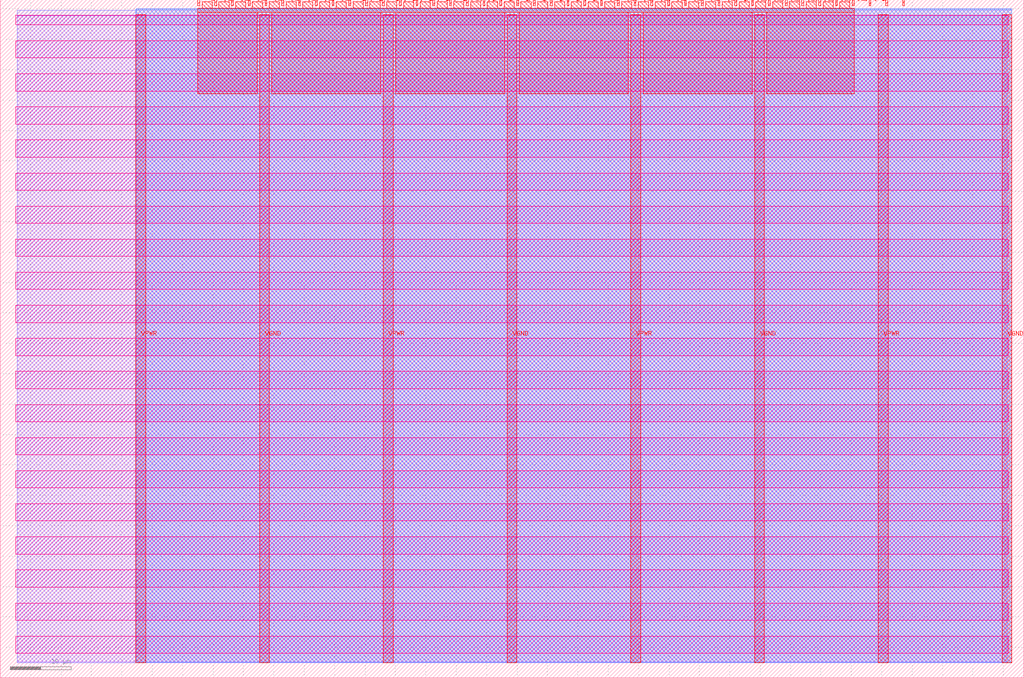
<source format=lef>
VERSION 5.7 ;
  NOWIREEXTENSIONATPIN ON ;
  DIVIDERCHAR "/" ;
  BUSBITCHARS "[]" ;
MACRO tt_um_cejmu_dup
  CLASS BLOCK ;
  FOREIGN tt_um_cejmu_dup ;
  ORIGIN 0.000 0.000 ;
  SIZE 168.360 BY 111.520 ;
  PIN VGND
    DIRECTION INOUT ;
    USE GROUND ;
    PORT
      LAYER met4 ;
        RECT 42.670 2.480 44.270 109.040 ;
    END
    PORT
      LAYER met4 ;
        RECT 83.380 2.480 84.980 109.040 ;
    END
    PORT
      LAYER met4 ;
        RECT 124.090 2.480 125.690 109.040 ;
    END
    PORT
      LAYER met4 ;
        RECT 164.800 2.480 166.400 109.040 ;
    END
  END VGND
  PIN VPWR
    DIRECTION INOUT ;
    USE POWER ;
    PORT
      LAYER met4 ;
        RECT 22.315 2.480 23.915 109.040 ;
    END
    PORT
      LAYER met4 ;
        RECT 63.025 2.480 64.625 109.040 ;
    END
    PORT
      LAYER met4 ;
        RECT 103.735 2.480 105.335 109.040 ;
    END
    PORT
      LAYER met4 ;
        RECT 144.445 2.480 146.045 109.040 ;
    END
  END VPWR
  PIN clk
    DIRECTION INPUT ;
    USE SIGNAL ;
    PORT
      LAYER met4 ;
        RECT 145.670 110.520 145.970 111.520 ;
    END
  END clk
  PIN ena
    DIRECTION INPUT ;
    USE SIGNAL ;
    PORT
      LAYER met4 ;
        RECT 148.430 110.520 148.730 111.520 ;
    END
  END ena
  PIN rst_n
    DIRECTION INPUT ;
    USE SIGNAL ;
    PORT
      LAYER met4 ;
        RECT 142.910 110.520 143.210 111.520 ;
    END
  END rst_n
  PIN ui_in[0]
    DIRECTION INPUT ;
    USE SIGNAL ;
    ANTENNAGATEAREA 0.159000 ;
    PORT
      LAYER met4 ;
        RECT 140.150 110.520 140.450 111.520 ;
    END
  END ui_in[0]
  PIN ui_in[1]
    DIRECTION INPUT ;
    USE SIGNAL ;
    ANTENNAGATEAREA 0.159000 ;
    PORT
      LAYER met4 ;
        RECT 137.390 110.520 137.690 111.520 ;
    END
  END ui_in[1]
  PIN ui_in[2]
    DIRECTION INPUT ;
    USE SIGNAL ;
    ANTENNAGATEAREA 0.213000 ;
    PORT
      LAYER met4 ;
        RECT 134.630 110.520 134.930 111.520 ;
    END
  END ui_in[2]
  PIN ui_in[3]
    DIRECTION INPUT ;
    USE SIGNAL ;
    ANTENNAGATEAREA 0.159000 ;
    PORT
      LAYER met4 ;
        RECT 131.870 110.520 132.170 111.520 ;
    END
  END ui_in[3]
  PIN ui_in[4]
    DIRECTION INPUT ;
    USE SIGNAL ;
    ANTENNAGATEAREA 0.196500 ;
    PORT
      LAYER met4 ;
        RECT 129.110 110.520 129.410 111.520 ;
    END
  END ui_in[4]
  PIN ui_in[5]
    DIRECTION INPUT ;
    USE SIGNAL ;
    ANTENNAGATEAREA 0.126000 ;
    PORT
      LAYER met4 ;
        RECT 126.350 110.520 126.650 111.520 ;
    END
  END ui_in[5]
  PIN ui_in[6]
    DIRECTION INPUT ;
    USE SIGNAL ;
    ANTENNAGATEAREA 0.126000 ;
    PORT
      LAYER met4 ;
        RECT 123.590 110.520 123.890 111.520 ;
    END
  END ui_in[6]
  PIN ui_in[7]
    DIRECTION INPUT ;
    USE SIGNAL ;
    ANTENNAGATEAREA 0.213000 ;
    PORT
      LAYER met4 ;
        RECT 120.830 110.520 121.130 111.520 ;
    END
  END ui_in[7]
  PIN uio_in[0]
    DIRECTION INPUT ;
    USE SIGNAL ;
    ANTENNAGATEAREA 0.196500 ;
    PORT
      LAYER met4 ;
        RECT 118.070 110.520 118.370 111.520 ;
    END
  END uio_in[0]
  PIN uio_in[1]
    DIRECTION INPUT ;
    USE SIGNAL ;
    ANTENNAGATEAREA 0.213000 ;
    PORT
      LAYER met4 ;
        RECT 115.310 110.520 115.610 111.520 ;
    END
  END uio_in[1]
  PIN uio_in[2]
    DIRECTION INPUT ;
    USE SIGNAL ;
    ANTENNAGATEAREA 0.213000 ;
    PORT
      LAYER met4 ;
        RECT 112.550 110.520 112.850 111.520 ;
    END
  END uio_in[2]
  PIN uio_in[3]
    DIRECTION INPUT ;
    USE SIGNAL ;
    PORT
      LAYER met4 ;
        RECT 109.790 110.520 110.090 111.520 ;
    END
  END uio_in[3]
  PIN uio_in[4]
    DIRECTION INPUT ;
    USE SIGNAL ;
    PORT
      LAYER met4 ;
        RECT 107.030 110.520 107.330 111.520 ;
    END
  END uio_in[4]
  PIN uio_in[5]
    DIRECTION INPUT ;
    USE SIGNAL ;
    PORT
      LAYER met4 ;
        RECT 104.270 110.520 104.570 111.520 ;
    END
  END uio_in[5]
  PIN uio_in[6]
    DIRECTION INPUT ;
    USE SIGNAL ;
    PORT
      LAYER met4 ;
        RECT 101.510 110.520 101.810 111.520 ;
    END
  END uio_in[6]
  PIN uio_in[7]
    DIRECTION INPUT ;
    USE SIGNAL ;
    PORT
      LAYER met4 ;
        RECT 98.750 110.520 99.050 111.520 ;
    END
  END uio_in[7]
  PIN uio_oe[0]
    DIRECTION OUTPUT TRISTATE ;
    USE SIGNAL ;
    PORT
      LAYER met4 ;
        RECT 51.830 110.520 52.130 111.520 ;
    END
  END uio_oe[0]
  PIN uio_oe[1]
    DIRECTION OUTPUT TRISTATE ;
    USE SIGNAL ;
    PORT
      LAYER met4 ;
        RECT 49.070 110.520 49.370 111.520 ;
    END
  END uio_oe[1]
  PIN uio_oe[2]
    DIRECTION OUTPUT TRISTATE ;
    USE SIGNAL ;
    PORT
      LAYER met4 ;
        RECT 46.310 110.520 46.610 111.520 ;
    END
  END uio_oe[2]
  PIN uio_oe[3]
    DIRECTION OUTPUT TRISTATE ;
    USE SIGNAL ;
    PORT
      LAYER met4 ;
        RECT 43.550 110.520 43.850 111.520 ;
    END
  END uio_oe[3]
  PIN uio_oe[4]
    DIRECTION OUTPUT TRISTATE ;
    USE SIGNAL ;
    PORT
      LAYER met4 ;
        RECT 40.790 110.520 41.090 111.520 ;
    END
  END uio_oe[4]
  PIN uio_oe[5]
    DIRECTION OUTPUT TRISTATE ;
    USE SIGNAL ;
    PORT
      LAYER met4 ;
        RECT 38.030 110.520 38.330 111.520 ;
    END
  END uio_oe[5]
  PIN uio_oe[6]
    DIRECTION OUTPUT TRISTATE ;
    USE SIGNAL ;
    PORT
      LAYER met4 ;
        RECT 35.270 110.520 35.570 111.520 ;
    END
  END uio_oe[6]
  PIN uio_oe[7]
    DIRECTION OUTPUT TRISTATE ;
    USE SIGNAL ;
    PORT
      LAYER met4 ;
        RECT 32.510 110.520 32.810 111.520 ;
    END
  END uio_oe[7]
  PIN uio_out[0]
    DIRECTION OUTPUT TRISTATE ;
    USE SIGNAL ;
    PORT
      LAYER met4 ;
        RECT 73.910 110.520 74.210 111.520 ;
    END
  END uio_out[0]
  PIN uio_out[1]
    DIRECTION OUTPUT TRISTATE ;
    USE SIGNAL ;
    PORT
      LAYER met4 ;
        RECT 71.150 110.520 71.450 111.520 ;
    END
  END uio_out[1]
  PIN uio_out[2]
    DIRECTION OUTPUT TRISTATE ;
    USE SIGNAL ;
    PORT
      LAYER met4 ;
        RECT 68.390 110.520 68.690 111.520 ;
    END
  END uio_out[2]
  PIN uio_out[3]
    DIRECTION OUTPUT TRISTATE ;
    USE SIGNAL ;
    PORT
      LAYER met4 ;
        RECT 65.630 110.520 65.930 111.520 ;
    END
  END uio_out[3]
  PIN uio_out[4]
    DIRECTION OUTPUT TRISTATE ;
    USE SIGNAL ;
    PORT
      LAYER met4 ;
        RECT 62.870 110.520 63.170 111.520 ;
    END
  END uio_out[4]
  PIN uio_out[5]
    DIRECTION OUTPUT TRISTATE ;
    USE SIGNAL ;
    PORT
      LAYER met4 ;
        RECT 60.110 110.520 60.410 111.520 ;
    END
  END uio_out[5]
  PIN uio_out[6]
    DIRECTION OUTPUT TRISTATE ;
    USE SIGNAL ;
    PORT
      LAYER met4 ;
        RECT 57.350 110.520 57.650 111.520 ;
    END
  END uio_out[6]
  PIN uio_out[7]
    DIRECTION OUTPUT TRISTATE ;
    USE SIGNAL ;
    PORT
      LAYER met4 ;
        RECT 54.590 110.520 54.890 111.520 ;
    END
  END uio_out[7]
  PIN uo_out[0]
    DIRECTION OUTPUT TRISTATE ;
    USE SIGNAL ;
    ANTENNADIFFAREA 1.242000 ;
    PORT
      LAYER met4 ;
        RECT 95.990 110.520 96.290 111.520 ;
    END
  END uo_out[0]
  PIN uo_out[1]
    DIRECTION OUTPUT TRISTATE ;
    USE SIGNAL ;
    ANTENNADIFFAREA 0.904000 ;
    PORT
      LAYER met4 ;
        RECT 93.230 110.520 93.530 111.520 ;
    END
  END uo_out[1]
  PIN uo_out[2]
    DIRECTION OUTPUT TRISTATE ;
    USE SIGNAL ;
    ANTENNADIFFAREA 0.891000 ;
    PORT
      LAYER met4 ;
        RECT 90.470 110.520 90.770 111.520 ;
    END
  END uo_out[2]
  PIN uo_out[3]
    DIRECTION OUTPUT TRISTATE ;
    USE SIGNAL ;
    ANTENNADIFFAREA 0.891000 ;
    PORT
      LAYER met4 ;
        RECT 87.710 110.520 88.010 111.520 ;
    END
  END uo_out[3]
  PIN uo_out[4]
    DIRECTION OUTPUT TRISTATE ;
    USE SIGNAL ;
    ANTENNADIFFAREA 0.445500 ;
    PORT
      LAYER met4 ;
        RECT 84.950 110.520 85.250 111.520 ;
    END
  END uo_out[4]
  PIN uo_out[5]
    DIRECTION OUTPUT TRISTATE ;
    USE SIGNAL ;
    ANTENNADIFFAREA 0.924000 ;
    PORT
      LAYER met4 ;
        RECT 82.190 110.520 82.490 111.520 ;
    END
  END uo_out[5]
  PIN uo_out[6]
    DIRECTION OUTPUT TRISTATE ;
    USE SIGNAL ;
    ANTENNADIFFAREA 0.445500 ;
    PORT
      LAYER met4 ;
        RECT 79.430 110.520 79.730 111.520 ;
    END
  END uo_out[6]
  PIN uo_out[7]
    DIRECTION OUTPUT TRISTATE ;
    USE SIGNAL ;
    ANTENNADIFFAREA 0.453750 ;
    PORT
      LAYER met4 ;
        RECT 76.670 110.520 76.970 111.520 ;
    END
  END uo_out[7]
  OBS
      LAYER nwell ;
        RECT 2.570 107.385 165.790 108.990 ;
        RECT 2.570 101.945 165.790 104.775 ;
        RECT 2.570 96.505 165.790 99.335 ;
        RECT 2.570 91.065 165.790 93.895 ;
        RECT 2.570 85.625 165.790 88.455 ;
        RECT 2.570 80.185 165.790 83.015 ;
        RECT 2.570 74.745 165.790 77.575 ;
        RECT 2.570 69.305 165.790 72.135 ;
        RECT 2.570 63.865 165.790 66.695 ;
        RECT 2.570 58.425 165.790 61.255 ;
        RECT 2.570 52.985 165.790 55.815 ;
        RECT 2.570 47.545 165.790 50.375 ;
        RECT 2.570 42.105 165.790 44.935 ;
        RECT 2.570 36.665 165.790 39.495 ;
        RECT 2.570 31.225 165.790 34.055 ;
        RECT 2.570 25.785 165.790 28.615 ;
        RECT 2.570 20.345 165.790 23.175 ;
        RECT 2.570 14.905 165.790 17.735 ;
        RECT 2.570 9.465 165.790 12.295 ;
        RECT 2.570 4.025 165.790 6.855 ;
      LAYER li1 ;
        RECT 2.760 2.635 165.600 108.885 ;
      LAYER met1 ;
        RECT 2.760 2.480 166.400 109.780 ;
      LAYER met2 ;
        RECT 22.345 2.535 166.370 110.005 ;
      LAYER met3 ;
        RECT 22.325 2.555 166.390 109.985 ;
      LAYER met4 ;
        RECT 33.210 110.120 34.870 111.170 ;
        RECT 35.970 110.120 37.630 111.170 ;
        RECT 38.730 110.120 40.390 111.170 ;
        RECT 41.490 110.120 43.150 111.170 ;
        RECT 44.250 110.120 45.910 111.170 ;
        RECT 47.010 110.120 48.670 111.170 ;
        RECT 49.770 110.120 51.430 111.170 ;
        RECT 52.530 110.120 54.190 111.170 ;
        RECT 55.290 110.120 56.950 111.170 ;
        RECT 58.050 110.120 59.710 111.170 ;
        RECT 60.810 110.120 62.470 111.170 ;
        RECT 63.570 110.120 65.230 111.170 ;
        RECT 66.330 110.120 67.990 111.170 ;
        RECT 69.090 110.120 70.750 111.170 ;
        RECT 71.850 110.120 73.510 111.170 ;
        RECT 74.610 110.120 76.270 111.170 ;
        RECT 77.370 110.120 79.030 111.170 ;
        RECT 80.130 110.120 81.790 111.170 ;
        RECT 82.890 110.120 84.550 111.170 ;
        RECT 85.650 110.120 87.310 111.170 ;
        RECT 88.410 110.120 90.070 111.170 ;
        RECT 91.170 110.120 92.830 111.170 ;
        RECT 93.930 110.120 95.590 111.170 ;
        RECT 96.690 110.120 98.350 111.170 ;
        RECT 99.450 110.120 101.110 111.170 ;
        RECT 102.210 110.120 103.870 111.170 ;
        RECT 104.970 110.120 106.630 111.170 ;
        RECT 107.730 110.120 109.390 111.170 ;
        RECT 110.490 110.120 112.150 111.170 ;
        RECT 113.250 110.120 114.910 111.170 ;
        RECT 116.010 110.120 117.670 111.170 ;
        RECT 118.770 110.120 120.430 111.170 ;
        RECT 121.530 110.120 123.190 111.170 ;
        RECT 124.290 110.120 125.950 111.170 ;
        RECT 127.050 110.120 128.710 111.170 ;
        RECT 129.810 110.120 131.470 111.170 ;
        RECT 132.570 110.120 134.230 111.170 ;
        RECT 135.330 110.120 136.990 111.170 ;
        RECT 138.090 110.120 139.750 111.170 ;
        RECT 32.495 109.440 140.465 110.120 ;
        RECT 32.495 96.055 42.270 109.440 ;
        RECT 44.670 96.055 62.625 109.440 ;
        RECT 65.025 96.055 82.980 109.440 ;
        RECT 85.380 96.055 103.335 109.440 ;
        RECT 105.735 96.055 123.690 109.440 ;
        RECT 126.090 96.055 140.465 109.440 ;
  END
END tt_um_cejmu_dup
END LIBRARY


</source>
